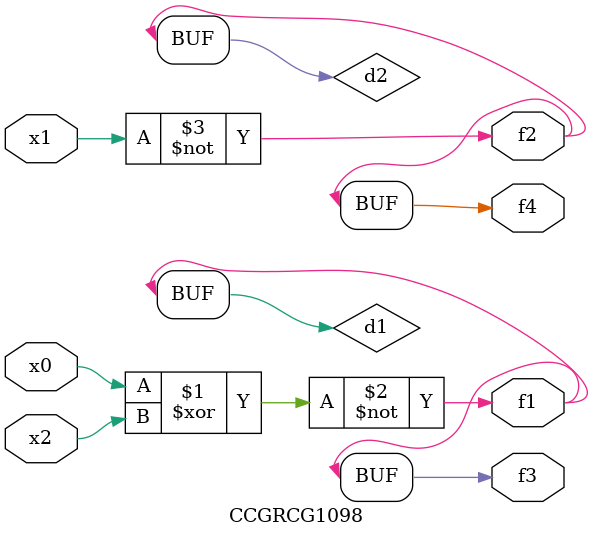
<source format=v>
module CCGRCG1098(
	input x0, x1, x2,
	output f1, f2, f3, f4
);

	wire d1, d2, d3;

	xnor (d1, x0, x2);
	nand (d2, x1);
	nor (d3, x1, x2);
	assign f1 = d1;
	assign f2 = d2;
	assign f3 = d1;
	assign f4 = d2;
endmodule

</source>
